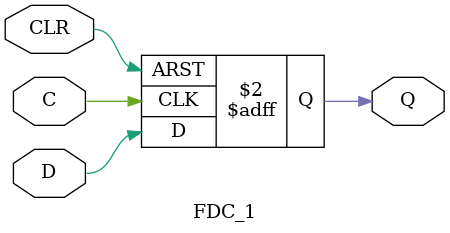
<source format=v>

/*

FUNCTION    : D-FLIP-FLOP with async clear

*/

// `celldefine
`timescale  100 ps / 10 ps

module FDC_1 (Q, C, CLR, D);

    parameter INIT = 1'b0;

    output Q;
    reg    Q;

    input  C, CLR, D;

    always @(posedge CLR or negedge C)
        if (CLR)
        Q <= 0;
        else
                Q <= D;

endmodule

</source>
